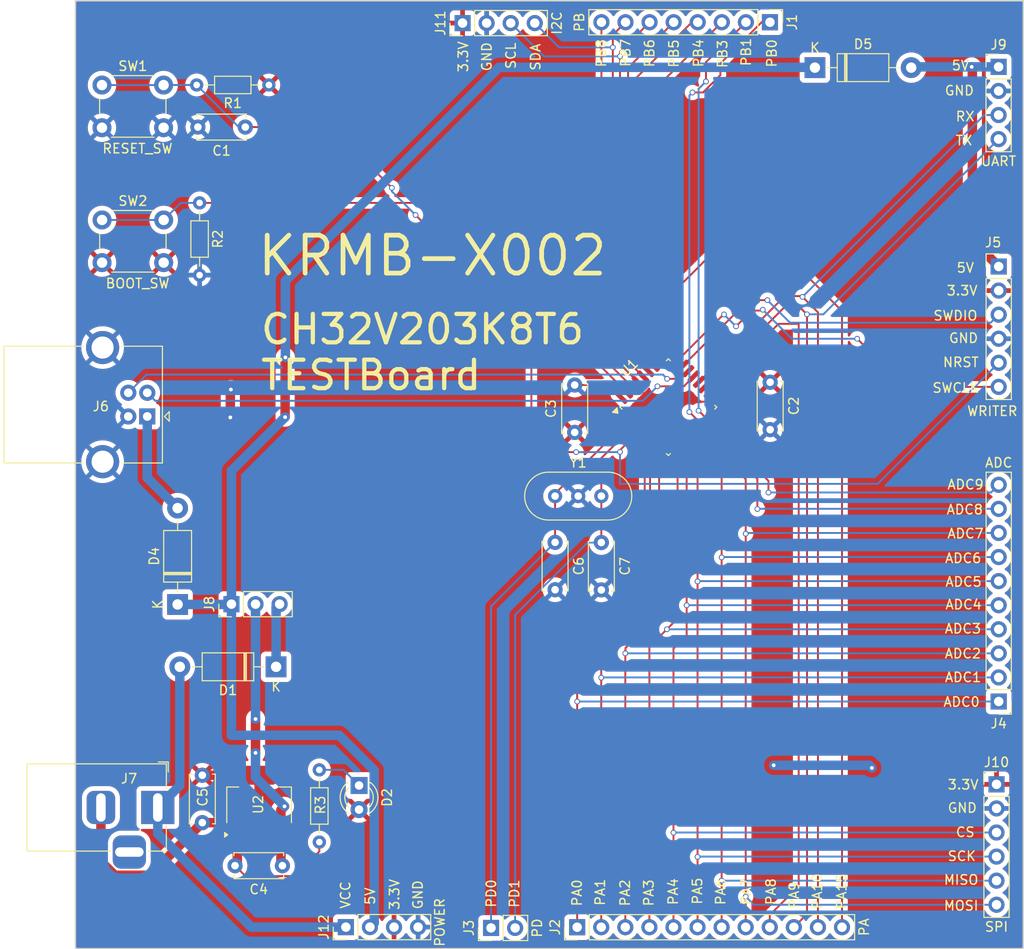
<source format=kicad_pcb>
(kicad_pcb (version 20240108) (generator "pcbnew") (generator_version "8.0")
  (title_block (date "mar. 31 mars 2015"))
  (layers (0 "F.Cu" signal) (31 "B.Cu" signal) (34 "B.Paste" user) (35 "F.Paste" user) (36 "B.SilkS" user "B.Silkscreen") (37 "F.SilkS" user "F.Silkscreen") (38 "B.Mask" user) (39 "F.Mask" user) (44 "Edge.Cuts" user))
  (net 0 "")
  (net 1 "GND")
  (net 2 "NRST")
  (net 3 "+5V")
  (net 4 "Net-(D4-A)")
  (net 5 "+3.3V")
  (net 6 "Net-(J8-Pin_2)")
  (net 7 "Net-(U2-GND)")
  (net 8 "Net-(D1-K)")
  (net 9 "Net-(D2-K)")
  (net 10 "Net-(D5-A)")
  (net 11 "Net-(J1-Pin_1)")
  (net 12 "I2C_SCL")
  (net 13 "Net-(J1-Pin_3)")
  (net 14 "Net-(J2-Pin_1)")
  (net 15 "I2C_SDA")
  (net 16 "Net-(J1-Pin_5)")
  (net 17 "Net-(J1-Pin_2)")
  (net 18 "Net-(J2-Pin_2)")
  (net 19 "Net-(J1-Pin_4)")
  (net 20 "Net-(J2-Pin_9)")
  (net 21 "Net-(J3-Pin_2)")
  (net 22 "Net-(J1-Pin_8)")
  (net 23 "Net-(J3-Pin_1)")
  (net 24 "SPI_MISO")
  (net 25 "SPI_MOSI")
  (net 26 "SPI_CS")
  (net 27 "VCC")
  (net 28 "SPI_SCK")
  (net 29 "TX")
  (net 30 "Net-(J2-Pin_4)")
  (net 31 "RX")
  (net 32 "Net-(J2-Pin_3)")
  (net 33 "Net-(J2-Pin_12)")
  (net 34 "USB_D-")
  (net 35 "USB_D+")
  (net 37 "SWDIO")
  (net 38 "SWCLK")
  (footprint "Connector_BarrelJack:BarrelJack_Horizontal" (layer "F.Cu") (at 108.69 135.11)
    (property "Reference" "J7")
    (property "Value" "Barrel_Jack_Switch")
  )
  (footprint "Button_Switch_THT:SW_PUSH_6mm_H5mm" (layer "F.Cu") (at 102.81 73.13)
    (property "Reference" "SW2")
    (property "Value" "BOOT_SW")
  )
  (footprint "Connector_PinHeader_2.54mm:PinHeader_1x04_P2.54mm_Vertical" (layer "F.Cu") (at 128.53 147.73 90)
    (property "Reference" "J12")
    (property "Value" "POWER")
  )
  (footprint "Connector_USB:USB_B_OST_USB-B1HSxx_Horizontal" (layer "F.Cu") (at 107.5775 93.86 180)
    (property "Reference" "J6")
    (property "Value" "USB_B")
  )
  (footprint "Capacitor_THT:C_Disc_D5.0mm_W2.5mm_P5.00mm" (layer "F.Cu") (at 152.67 95.54 90)
    (property "Reference" "C3")
    (property "Value" "0.1uF")
  )
  (footprint "Capacitor_THT:C_Disc_D5.0mm_W2.5mm_P5.00mm" (layer "F.Cu") (at 155.48 107.16 -90)
    (property "Reference" "C7")
    (property "Value" "22pF")
  )
  (footprint "Connector_PinHeader_2.54mm:PinHeader_1x04_P2.54mm_Vertical" (layer "F.Cu") (at 140.84 52.36 90)
    (property "Reference" "J11")
    (property "Value" "I2C")
  )
  (footprint "Connector_PinHeader_2.54mm:PinHeader_1x12_P2.54mm_Vertical" (layer "F.Cu") (at 152.93 147.74 90)
    (property "Reference" "J2")
    (property "Value" "PA")
  )
  (footprint "Resistor_THT:R_Axial_DIN0204_L3.6mm_D1.6mm_P7.62mm_Horizontal" (layer "F.Cu") (at 120.41 58.89 180)
    (property "Reference" "R1")
    (property "Value" "10k")
  )
  (footprint "Connector_PinHeader_2.54mm:PinHeader_1x03_P2.54mm_Vertical" (layer "F.Cu") (at 116.46 113.66 90)
    (property "Reference" "J8")
    (property "Value" "Conn_01x03_Pin")
  )
  (footprint "Connector_PinHeader_2.54mm:PinHeader_1x06_P2.54mm_Vertical" (layer "F.Cu") (at 197.17 132.67)
    (property "Reference" "J10")
    (property "Value" "SPI")
  )
  (footprint "Connector_PinHeader_2.54mm:PinHeader_1x08_P2.54mm_Vertical" (layer "F.Cu") (at 173.27 52.27 -90)
    (property "Reference" "J1")
    (property "Value" "PB")
  )
  (footprint "Button_Switch_THT:SW_PUSH_6mm_H5mm" (layer "F.Cu") (at 102.8 58.9)
    (property "Reference" "SW1")
    (property "Value" "RESET_SW")
  )
  (footprint "Capacitor_THT:C_Disc_D5.0mm_W2.5mm_P5.00mm" (layer "F.Cu") (at 121.8375 141.25 180)
    (property "Reference" "C4")
    (property "Value" "10uF")
  )
  (footprint "Package_TO_SOT_SMD:SOT-223-3_TabPin2" (layer "F.Cu") (at 119.3775 134.86 90)
    (property "Reference" "U2")
    (property "Value" "AZ1117-3.3")
  )
  (footprint "Crystal:Crystal_HC49-U-3Pin_Vertical" (layer "F.Cu") (at 150.6 102.26)
    (property "Reference" "Y1")
    (property "Value" "Crystal_GND2")
  )
  (footprint "Connector_PinHeader_2.54mm:PinHeader_1x06_P2.54mm_Vertical" (layer "F.Cu") (at 197.4 78.04)
    (property "Reference" "J5")
    (property "Value" "WRITER")
  )
  (footprint "Capacitor_THT:C_Disc_D5.0mm_W2.5mm_P5.00mm" (layer "F.Cu") (at 113.3875 131.71 -90)
    (property "Reference" "C5")
    (property "Value" "22uF")
  )
  (footprint "Capacitor_THT:C_Disc_D5.0mm_W2.5mm_P5.00mm" (layer "F.Cu") (at 173.29 90.25 -90)
    (property "Reference" "C2")
    (property "Value" "0.1uF")
  )
  (footprint "Resistor_THT:R_Axial_DIN0204_L3.6mm_D1.6mm_P7.62mm_Horizontal" (layer "F.Cu") (at 125.73 131.14 -90)
    (property "Reference" "R3")
    (property "Value" "1k")
  )
  (footprint "Diode_THT:D_DO-41_SOD81_P10.16mm_Horizontal" (layer "F.Cu") (at 121.17 120.27 180)
    (property "Reference" "D1")
    (property "Value" "1N4007")
  )
  (footprint "LED_THT:LED_D3.0mm" (layer "F.Cu") (at 129.92 132.79 -90)
    (property "Reference" "D2")
    (property "Value" "LED")
  )
  (footprint "Resistor_THT:R_Axial_DIN0204_L3.6mm_D1.6mm_P7.62mm_Horizontal" (layer "F.Cu") (at 113.1 71.33 -90)
    (property "Reference" "R2")
    (property "Value" "10k")
  )
  (footprint "Connector_PinHeader_2.54mm:PinHeader_1x02_P2.54mm_Vertical" (layer "F.Cu") (at 143.845 147.82 90)
    (property "Reference" "J3")
    (property "Value" "PD")
  )
  (footprint "Capacitor_THT:C_Disc_D5.0mm_W2.5mm_P5.00mm" (layer "F.Cu") (at 117.92 63.33 180)
    (property "Reference" "C1")
    (property "Value" "0.1uF")
  )
  (footprint "Connector_PinHeader_2.54mm:PinHeader_1x04_P2.54mm_Vertical" (layer "F.Cu") (at 197.39 56.98)
    (property "Reference" "J9")
    (property "Value" "UART")
  )
  (footprint "Connector_PinHeader_2.54mm:PinHeader_1x10_P2.54mm_Vertical" (layer "F.Cu") (at 197.4 123.93 180)
    (property "Reference" "J4")
    (property "Value" "ADC")
  )
  (footprint "Capacitor_THT:C_Disc_D5.0mm_W2.5mm_P5.00mm" (layer "F.Cu") (at 150.6 107.14 -90)
    (property "Reference" "C6")
    (property "Value" "22pF")
  )
  (footprint "Diode_THT:D_DO-41_SOD81_P10.16mm_Horizontal" (layer "F.Cu") (at 110.78 113.69 90)
    (property "Reference" "D4")
    (property "Value" "1N4007")
  )
  (footprint "Package_QFP:LQFP-32_7x7mm_P0.8mm" (layer "F.Cu") (at 162.55 92.88 45)
    (property "Reference" "U1")
    (property "Value" "CH32V203K8T6")
  )
  (footprint "Diode_THT:D_DO-41_SOD81_P10.16mm_Horizontal" (layer "F.Cu") (at 178.01 57.06)
    (property "Reference" "D5")
    (property "Value" "1N4007")
  )
  (gr_line (start 200 150) (end 100 150) (stroke (width 0.15)) (layer "Edge.Cuts"))
  (gr_line (start 100 150) (end 100 50) (stroke (width 0.15)) (layer "Edge.Cuts"))
  (gr_line (start 100 50) (end 200 50) (stroke (width 0.15)) (layer "Edge.Cuts"))
  (gr_line (start 200 50) (end 200 150) (stroke (width 0.15)) (layer "Edge.Cuts"))
  (gr_text "PA7" (at 171.34 145.49 90) (layer "F.SilkS") (effects (font (size 1 1)) (justify left bottom)))
  (gr_text "CH32V203K8T6\nTESTBoard" (at 119.32 91.26 0) (layer "F.SilkS") (effects (font (size 3 3) (thickness 0.45)) (justify left bottom)))
  (gr_text "TX" (at 192.78 65.33 0) (layer "F.SilkS") (effects (font (size 1 1)) (justify left bottom)))
  (gr_text "PB7" (at 158.63 57.07 90) (layer "F.SilkS") (effects (font (size 1 1)) (justify left bottom)))
  (gr_text "PD0" (at 144.45 145.75 90) (layer "F.SilkS") (effects (font (size 1 1)) (justify left bottom)))
  (gr_text "ADC0" (at 191.48 124.56 0) (layer "F.SilkS") (effects (font (size 1 1)) (justify left bottom)))
  (gr_text "5V" (at 192.36 57.42 0) (layer "F.SilkS") (effects (font (size 1 1)) (justify left bottom)))
  (gr_text "SDA" (at 149.13 57.45 90) (layer "F.SilkS") (effects (font (size 1 1)) (justify left bottom)))
  (gr_text "PB4" (at 166.32 57.11 90) (layer "F.SilkS") (effects (font (size 1 1)) (justify left bottom)))
  (gr_text "SCL" (at 146.53 57.29 90) (layer "F.SilkS") (effects (font (size 1 1)) (justify left bottom)))
  (gr_text "5V" (at 192.88 78.76 0) (layer "F.SilkS") (effects (font (size 1 1)) (justify left bottom)))
  (gr_text "PA8" (at 173.96 145.49 90) (layer "F.SilkS") (effects (font (size 1 1)) (justify left bottom)))
  (gr_text "GND" (at 143.98 57.53 90) (layer "F.SilkS") (effects (font (size 1 1)) (justify left bottom)))
  (gr_text "3.3V" (at 134.25 146 90) (layer "F.SilkS") (effects (font (size 1 1)) (justify left bottom)))
  (gr_text "3.3V" (at 191.82 81.17 0) (layer "F.SilkS") (effects (font (size 1 1)) (justify left bottom)))
  (gr_text "GND" (at 191.94 135.74 0) (layer "F.SilkS") (effects (font (size 1 1)) (justify left bottom)))
  (gr_text "PB8" (at 156.06 57.11 90) (layer "F.SilkS") (effects (font (size 1 1)) (justify left bottom)))
  (gr_text "VCC" (at 129.08 145.87 90) (layer "F.SilkS") (effects (font (size 1 1)) (justify left bottom)))
  (gr_text "MOSI" (at 191.53 146.06 0) (layer "F.SilkS") (effects (font (size 1 1)) (justify left bottom)))
  (gr_text "ADC6" (at 191.65 109.4 0) (layer "F.SilkS") (effects (font (size 1 1)) (justify left bottom)))
  (gr_text "PA0" (at 153.5 145.62 90) (layer "F.SilkS") (effects (font (size 1 1)) (justify left bottom)))
  (gr_text "PA6" (at 168.65 145.49 90) (layer "F.SilkS") (effects (font (size 1 1)) (justify left bottom)))
  (gr_text "SWDIO" (at 190.43 83.81 0) (layer "F.SilkS") (effects (font (size 1 1)) (justify left bottom)))
  (gr_text "CS" (at 192.8 138.3 0) (layer "F.SilkS") (effects (font (size 1 1)) (justify left bottom)))
  (gr_text "PD1" (at 146.89 145.77 90) (layer "F.SilkS") (effects (font (size 1 1)) (justify left bottom)))
  (gr_text "PB5" (at 163.72 57.15 90) (layer "F.SilkS") (effects (font (size 1 1)) (justify left bottom)))
  (gr_text "ADC7" (at 191.9 106.8 0) (layer "F.SilkS") (effects (font (size 1 1)) (justify left bottom)))
  (gr_text "PB6" (at 161.15 57.11 90) (layer "F.SilkS") (effects (font (size 1 1)) (justify left bottom)))
  (gr_text "ADC5" (at 191.69 111.89 0) (layer "F.SilkS") (effects (font (size 1 1)) (justify left bottom)))
  (gr_text "ADC4" (at 191.69 114.29 0) (layer "F.SilkS") (effects (font (size 1 1)) (justify left bottom)))
  (gr_text "GND" (at 136.71 145.94 90) (layer "F.SilkS") (effects (font (size 1 1)) (justify left bottom)))
  (gr_text "ADC1" (at 191.64 121.96 0) (layer "F.SilkS") (effects (font (size 1 1)) (justify left bottom)))
  (gr_text "PB0" (at 174.05 57.12 90) (layer "F.SilkS") (effects (font (size 1 1)) (justify left bottom)))
  (gr_text "PA2" (at 158.57 145.62 90) (layer "F.SilkS") (effects (font (size 1 1)) (justify left bottom)))
  (gr_text "ADC2" (at 191.62 119.46 0) (layer "F.SilkS") (effects (font (size 1 1)) (justify left bottom)))
  (gr_text "ADC9" (at 191.9 101.63 0) (layer "F.SilkS") (effects (font (size 1 1)) (justify left bottom)))
  (gr_text "PB3" (at 168.85 57.19 90) (layer "F.SilkS") (effects (font (size 1 1)) (justify left bottom)))
  (gr_text "PB1" (at 171.34 56.99 90) (layer "F.SilkS") (effects (font (size 1 1)) (justify left bottom)))
  (gr_text "PA4" (at 163.64 145.49 90) (layer "F.SilkS") (effects (font (size 1 1)) (justify left bottom)))
  (gr_text "KRMB-X002" (at 118.95 79.25 0) (layer "F.SilkS") (effects (font (size 4 4) (thickness 0.5)) (justify left bottom)))
  (gr_text "3.3V" (at 141.5 57.63 90) (layer "F.SilkS") (effects (font (size 1 1)) (justify left bottom)))
  (gr_text "ADC3" (at 191.62 116.83 0) (layer "F.SilkS") (effects (font (size 1 1)) (justify left bottom)))
  (gr_text "NRST" (at 191.43 88.73 0) (layer "F.SilkS") (effects (font (size 1 1)) (justify left bottom)))
  (gr_text "PA1" (at 155.94 145.56 90) (layer "F.SilkS") (effects (font (size 1 1)) (justify left bottom)))
  (gr_text "5V" (at 131.68 145.47 90) (layer "F.SilkS") (effects (font (size 1 1)) (justify left bottom)))
  (gr_text "SCK" (at 191.93 140.83 0) (layer "F.SilkS") (effects (font (size 1 1)) (justify left bottom)))
  (gr_text "PA9" (at 176.41 145.86 90) (layer "F.SilkS") (effects (font (size 1 1)) (justify left bottom)))
  (gr_text "GND" (at 191.63 60.07 0) (layer "F.SilkS") (effects (font (size 1 1)) (justify left bottom)))
  (gr_text "ADC8" (at 191.82 104.27 0) (layer "F.SilkS") (effects (font (size 1 1)) (justify left bottom)))
  (gr_text "3.3V" (at 191.93 133.29 0) (layer "F.SilkS") (effects (font (size 1 1)) (justify left bottom)))
  (gr_text "SWCLK" (at 190.33 91.43 0) (layer "F.SilkS") (effects (font (size 1 1)) (justify left bottom)))
  (gr_text "RX" (at 192.78 62.8 0) (layer "F.SilkS") (effects (font (size 1 1)) (justify left bottom)))
  (gr_text "PA5" (at 166.2 145.43 90) (layer "F.SilkS") (effects (font (size 1 1)) (justify left bottom)))
  (gr_text "PA10" (at 178.85 145.92 90) (layer "F.SilkS") (effects (font (size 1 1)) (justify left bottom)))
  (gr_text "PA3" (at 161.07 145.62 90) (layer "F.SilkS") (effects (font (size 1 1)) (justify left bottom)))
  (gr_text "PA15" (at 181.42 145.94 90) (layer "F.SilkS") (effects (font (size 1 1)) (justify left bottom)))
  (gr_text "GND" (at 192.07 86.18 0) (layer "F.SilkS") (effects (font (size 1 1)) (justify left bottom)))
  (gr_text "MISO" (at 191.53 143.33 0) (layer "F.SilkS") (effects (font (size 1 1)) (justify left bottom)))
  (segment (start 155.25 90.54) (end 152.67 90.54) (width 0.2) (layer "F.Cu") (net 1))
  (segment (start 167.48207 93.852272) (end 169.23 93.852272) (width 0.2) (layer "F.Cu") (net 1))
  (segment (start 157.617728 91.907728) (end 156.25 90.54) (width 0.2) (layer "F.Cu") (net 1))
  (segment (start 156.25 90.54) (end 155.25 90.54) (width 0.2) (layer "F.Cu") (net 1))
  (segment (start 171.892272 93.852272) (end 173.29 95.25) (width 0.2) (layer "F.Cu") (net 1))
  (segment (start 116.34 91.08) (end 116.4 91.02) (width 1) (layer "F.Cu") (net 1))
  (segment (start 157.61793 91.907728) (end 157.617728 91.907728) (width 0.2) (layer "F.Cu") (net 1))
  (segment (start 169.23 93.852272) (end 171.892272 93.852272) (width 0.2) (layer "F.Cu") (net 1))
  (segment (start 116.34 93.96) (end 116.34 91.08) (width 1) (layer "F.Cu") (net 1))
  (via (at 116.4 91.02) (size 0.6) (drill 0.4) (layers "F.Cu" "B.Cu") (net 1))
  (via (at 116.34 93.96) (size 0.6) (drill 0.4) (layers "F.Cu" "B.Cu") (net 1))
  (segment (start 117.92 63.33) (end 126.97 63.33) (width 0.2) (layer "F.Cu") (net 2))
  (segment (start 157.45 97.414314) (end 159.314986 95.549328) (width 0.2) (layer "F.Cu") (net 2))
  (segment (start 148.73 97.62) (end 152.82 97.62) (width 0.2) (layer "F.Cu") (net 2))
  (segment (start 148.1 84.83) (end 148.1 96.99) (width 0.2) (layer "F.Cu") (net 2))
  (segment (start 148.1 96.99) (end 148.73 97.62) (width 0.2) (layer "F.Cu") (net 2))
  (segment (start 117.23 63.33) (end 117.92 63.33) (width 0.2) (layer "F.Cu") (net 2))
  (segment (start 109.31 58.89) (end 109.3 58.9) (width 0.2) (layer "F.Cu") (net 2))
  (segment (start 126.97 63.33) (end 133.38 69.74) (width 0.2) (layer "F.Cu") (net 2))
  (segment (start 157.45 97.6) (end 157.45 97.414314) (width 0.2) (layer "F.Cu") (net 2))
  (segment (start 135.88 72.61) (end 148.1 84.83) (width 0.2) (layer "F.Cu") (net 2))
  (via (at 133.38 69.74) (size 0.6) (drill 0.4) (layers "F.Cu" "B.Cu") (net 2))
  (via (at 152.82 97.62) (size 0.6) (drill 0.4) (layers "F.Cu" "B.Cu") (net 2))
  (via (at 157.45 97.6) (size 0.6) (drill 0.4) (layers "F.Cu" "B.Cu") (net 2))
  (via (at 135.88 72.61) (size 0.6) (drill 0.4) (layers "F.Cu" "B.Cu") (net 2))
  (segment (start 133.38 70.11) (end 135.88 72.61) (width 0.2) (layer "B.Cu") (net 2))
  (segment (start 112.79 58.89) (end 109.31 58.89) (width 0.2) (layer "B.Cu") (net 2))
  (segment (start 157.45 100.97) (end 157.45 97.6) (width 0.2) (layer "B.Cu") (net 2))
  (segment (start 197.4 88.2) (end 184.63 100.97) (width 0.2) (layer "B.Cu") (net 2))
  (segment (start 184.63 100.97) (end 157.45 100.97) (width 0.2) (layer "B.Cu") (net 2))
  (segment (start 152.82 97.62) (end 157.43 97.62) (width 0.2) (layer "B.Cu") (net 2))
  (segment (start 157.43 97.62) (end 157.45 97.6) (width 0.2) (layer "B.Cu") (net 2))
  (segment (start 109.3 58.9) (end 102.8 58.9) (width 0.2) (layer "B.Cu") (net 2))
  (segment (start 133.38 69.74) (end 133.38 70.11) (width 0.2) (layer "B.Cu") (net 2))
  (segment (start 112.79 58.89) (end 117.23 63.33) (width 0.2) (layer "B.Cu") (net 2))
  (segment (start 116.43 113.69) (end 116.46 113.66) (width 1) (layer "F.Cu") (net 3))
  (segment (start 122.12 93.93) (end 122.12 87.66) (width 1) (layer "F.Cu") (net 3))
  (segment (start 122.12 87.66) (end 122.15 87.63) (width 1) (layer "F.Cu") (net 3))
  (via (at 122.12 93.93) (size 0.6) (drill 0.4) (layers "F.Cu" "B.Cu") (net 3))
  (via (at 122.15 87.63) (size 0.6) (drill 0.4) (layers "F.Cu" "B.Cu") (net 3))
  (segment (start 110.78 113.69) (end 116.43 113.69) (width 1) (layer "B.Cu") (net 3))
  (segment (start 144.675786 57.03) (end 177.98 57.03) (width 1) (layer "B.Cu") (net 3))
  (segment (start 122.15 87.63) (end 122.15 79.555786) (width 1) (layer "B.Cu") (net 3))
  (segment (start 116.46 113.66) (end 116.46 127.49) (width 1) (layer "B.Cu") (net 3))
  (segment (start 131.52 147.28) (end 131.07 147.73) (width 1) (layer "B.Cu") (net 3))
  (segment (start 131.52 131.19) (end 131.52 147.28) (width 1) (layer "B.Cu") (net 3))
  (segment (start 122.15 79.555786) (end 144.675786 57.03) (width 1) (layer "B.Cu") (net 3))
  (segment (start 116.46 127.49) (end 127.82 127.49) (width 1) (layer "B.Cu") (net 3))
  (segment (start 127.82 127.49) (end 131.52 131.19) (width 1) (layer "B.Cu") (net 3))
  (segment (start 116.46 99.59) (end 122.12 93.93) (width 1) (layer "B.Cu") (net 3))
  (segment (start 116.46 113.66) (end 116.46 99.59) (width 1) (layer "B.Cu") (net 3))
  (segment (start 177.98 57.03) (end 178.01 57.06) (width 1) (layer "B.Cu") (net 3))
  (segment (start 107.5775 93.86) (end 107.5775 100.3275) (width 1) (layer "B.Cu") (net 4))
  (segment (start 107.5775 100.3275) (end 110.78 103.53) (width 1) (layer "B.Cu") (net 4))
  (segment (start 157.61793 93.852272) (end 154.357728 93.852272) (width 0.2) (layer "F.Cu") (net 5))
  (segment (start 154.357728 93.852272) (end 152.67 95.54) (width 0.2) (layer "F.Cu") (net 5))
  (segment (start 171.632272 91.907728) (end 173.29 90.25) (width 0.2) (layer "F.Cu") (net 5))
  (segment (start 167.48207 91.907728) (end 171.632272 91.907728) (width 0.2) (layer "F.Cu") (net 5))
  (segment (start 119.3775 135.7) (end 119.3775 138.01) (width 1) (layer "F.Cu") (net 5))
  (segment (start 113.3875 131.71) (end 119.3775 131.71) (width 1) (layer "F.Cu") (net 5))
  (segment (start 163.695864 92.299822) (end 159.880672 96.115014) (width 0.2) (layer "F.Cu") (net 5))
  (segment (start 119.3775 131.71) (end 119.3775 135.7) (width 1) (layer "F.Cu") (net 5))
  (segment (start 167.089976 92.299822) (end 163.695864 92.299822) (width 0.2) (layer "F.Cu") (net 5))
  (segment (start 167.48207 91.907728) (end 167.089976 92.299822) (width 0.2) (layer "F.Cu") (net 5))
  (via (at 173.66 130.66) (size 0.6) (drill 0.4) (layers "F.Cu" "B.Cu") (net 5))
  (via (at 184.02 130.94) (size 0.6) (drill 0.4) (layers "F.Cu" "B.Cu") (net 5))
  (segment (start 183.74 130.66) (end 184.02 130.94) (width 1) (layer "B.Cu") (net 5))
  (segment (start 173.66 130.66) (end 183.74 130.66) (width 1) (layer "B.Cu") (net 5))
  (segment (start 121.6775 141.09) (end 121.6775 138.01) (width 1) (layer "F.Cu") (net 6))
  (segment (start 121.6775 138.01) (end 121.6775 135.3725) (width 1) (layer "F.Cu") (net 6))
  (segment (start 121.6775 135.3725) (end 122.06 134.99) (width 1) (layer "F.Cu") (net 6))
  (segment (start 119 125.78) (end 119 129.35) (width 1) (layer "F.Cu") (net 6))
  (segment (start 121.8375 141.25) (end 121.6775 141.09) (width 1) (layer "F.Cu") (net 6))
  (via (at 119 125.78) (size 0.6) (drill 0.4) (layers "F.Cu" "B.Cu") (net 6))
  (via (at 122.06 134.99) (size 0.6) (drill 0.4) (layers "F.Cu" "B.Cu") (net 6))
  (via (at 119 129.35) (size 0.6) (drill 0.4) (layers "F.Cu" "B.Cu") (net 6))
  (segment (start 119 129.35) (end 119 131.93) (width 1) (layer "B.Cu") (net 6))
  (segment (start 119 113.66) (end 119 125.78) (width 1) (layer "B.Cu") (net 6))
  (segment (start 119 131.93) (end 122.06 134.99) (width 1) (layer "B.Cu") (net 6))
  (segment (start 125.73 138.76) (end 125.73 139.749949) (width 0.2) (layer "F.Cu") (net 7))
  (segment (start 104.155316 142.26) (end 107.8375 142.26) (width 1) (layer "F.Cu") (net 7))
  (segment (start 102.69 140.794684) (end 104.155316 142.26) (width 1) (layer "F.Cu") (net 7))
  (segment (start 107.8375 142.26) (end 113.3875 136.71) (width 1) (layer "F.Cu") (net 7))
  (segment (start 117.0775 138.01) (end 117.0775 141.01) (width 1) (layer "F.Cu") (net 7))
  (segment (start 102.69 135.11) (end 102.69 140.794684) (width 1) (layer "F.Cu") (net 7))
  (segment (start 125.73 139.749949) (end 123.129949 142.35) (width 0.2) (layer "F.Cu") (net 7))
  (segment (start 123.129949 142.35) (end 117.9375 142.35) (width 0.2) (layer "F.Cu") (net 7))
  (segment (start 113.3875 136.71) (end 115.7775 136.71) (width 1) (layer "F.Cu") (net 7))
  (segment (start 117.9375 142.35) (end 116.8375 141.25) (width 0.2) (layer "F.Cu") (net 7))
  (segment (start 115.7775 136.71) (end 117.0775 138.01) (width 1) (layer "F.Cu") (net 7))
  (segment (start 117.0775 141.01) (end 116.8375 141.25) (width 1) (layer "F.Cu") (net 7))
  (segment (start 121.17 114.03) (end 121.54 113.66) (width 1) (layer "F.Cu") (net 8))
  (segment (start 121.17 120.27) (end 121.17 114.03) (width 1) (layer "B.Cu") (net 8))
  (segment (start 121.17 114.03) (end 121.54 113.66) (width 1) (layer "B.Cu") (net 8))
  (segment (start 125.73 131.14) (end 128.27 131.14) (width 0.2) (layer "B.Cu") (net 9))
  (segment (start 128.27 131.14) (end 129.92 132.79) (width 0.2) (layer "B.Cu") (net 9))
  (segment (start 194.62 75.26) (end 194.62 57.05) (width 1) (layer "F.Cu") (net 10))
  (segment (start 194.62 57.05) (end 194.55 56.98) (width 1) (layer "F.Cu") (net 10))
  (segment (start 197.4 78.04) (end 194.62 75.26) (width 1) (layer "F.Cu") (net 10))
  (segment (start 197.35 57.02) (end 197.39 56.98) (width 1) (layer "F.Cu") (net 10))
  (via (at 194.55 56.98) (size 0.6) (drill 0.4) (layers "F.Cu" "B.Cu") (net 10))
  (segment (start 194.55 56.98) (end 188.25 56.98) (width 1) (layer "B.Cu") (net 10))
  (segment (start 188.25 56.98) (end 188.17 57.06) (width 1) (layer "B.Cu") (net 10))
  (segment (start 197.39 56.98) (end 194.55 56.98) (width 1) (layer "B.Cu") (net 10))
  (segment (start 168.39 96.9) (end 171.94 100.45) (width 0.2) (layer "F.Cu") (net 11))
  (segment (start 166.350699 94.983643) (end 168.267056 96.9) (width 0.2) (layer "F.Cu") (net 11))
  (segment (start 165.958605 94.591549) (end 165.958605 94.578605) (width 0.2) (layer "F.Cu") (net 11))
  (segment (start 165.958605 94.578605) (end 164.77 93.39) (width 0.2) (layer "F.Cu") (net 11))
  (segment (start 166.208529 59.68) (end 168.04 57.848529) (width 0.2) (layer "F.Cu") (net 11))
  (segment (start 165.09 59.68) (end 166.208529 59.68) (width 0.2) (layer "F.Cu") (net 11))
  (segment (start 171.94 100.45) (end 171.94 103.62) (width 0.2) (layer "F.Cu") (net 11))
  (segment (start 168.267056 96.9) (end 168.39 96.9) (width 0.2) (layer "F.Cu") (net 11))
  (segment (start 166.350699 94.983643) (end 165.958605 94.591549) (width 0.2) (layer "F.Cu") (net 11))
  (segment (start 172.39 52.27) (end 173.27 52.27) (width 0.2) (layer "F.Cu") (net 11))
  (segment (start 168.04 57.848529) (end 168.04 56.62) (width 0.2) (layer "F.Cu") (net 11))
  (segment (start 168.04 56.62) (end 172.39 52.27) (width 0.2) (layer "F.Cu") (net 11))
  (via (at 165.09 59.68) (size 0.6) (drill 0.4) (layers "F.Cu" "B.Cu") (net 11))
  (via (at 164.77 93.39) (size 0.6) (drill 0.4) (layers "F.Cu" "B.Cu") (net 11))
  (via (at 171.94 103.62) (size 0.6) (drill 0.4) (layers "F.Cu" "B.Cu") (net 11))
  (segment (start 197.39 103.6) (end 171.96 103.6) (width 0.2) (layer "B.Cu") (net 11))
  (segment (start 164.77 60) (end 165.09 59.68) (width 0.2) (layer "B.Cu") (net 11))
  (segment (start 171.96 103.6) (end 171.95 103.61) (width 0.2) (layer "B.Cu") (net 11))
  (segment (start 164.77 93.39) (end 164.77 60) (width 0.2) (layer "B.Cu") (net 11))
  (segment (start 197.4 103.61) (end 197.39 103.6) (width 0.2) (layer "B.Cu") (net 11))
  (segment (start 158.922893 89.812893) (end 157.45 88.34) (width 0.2) (layer "F.Cu") (net 12))
  (segment (start 157.45 88.34) (end 157.45 55.87) (width 0.2) (layer "F.Cu") (net 12))
  (segment (start 159.314986 90.210672) (end 158.922893 89.818579) (width 0.2) (layer "F.Cu") (net 12))
  (segment (start 158.922893 89.818579) (end 158.922893 89.812893) (width 0.2) (layer "F.Cu") (net 12))
  (segment (start 157.45 55.87) (end 157.45 55.39) (width 0.2) (layer "F.Cu") (net 12))
  (segment (start 157.45 55.39) (end 160.57 52.27) (width 0.2) (layer "F.Cu") (net 12))
  (via (at 157.45 55.87) (size 0.6) (drill 0.4) (layers "F.Cu" "B.Cu") (net 12))
  (segment (start 157.45 55.87) (end 149.43 55.87) (width 0.2) (layer "B.Cu") (net 12))
  (segment (start 149.43 55.87) (end 145.92 52.36) (width 0.2) (layer "B.Cu") (net 12))
  (segment (start 159.7 87.2) (end 159.7 60.76) (width 0.2) (layer "F.Cu") (net 13))
  (segment (start 160.619949 88.119949) (end 159.7 87.2) (width 0.2) (layer "F.Cu") (net 13))
  (segment (start 159.7 60.76) (end 168.19 52.27) (width 0.2) (layer "F.Cu") (net 13))
  (segment (start 160.619949 88.121522) (end 160.619949 88.119949) (width 0.2) (layer "F.Cu") (net 13))
  (segment (start 161.012043 88.513616) (end 160.619949 88.121522) (width 0.2) (layer "F.Cu") (net 13))
  (segment (start 160.446357 96.680699) (end 160.054264 97.072792) (width 0.2) (layer "F.Cu") (net 14))
  (segment (start 152.93 123.93) (end 152.93 147.74) (width 0.2) (layer "F.Cu") (net 14))
  (segment (start 160.054264 110.535736) (end 152.93 117.66) (width 0.2) (layer "F.Cu") (net 14))
  (segment (start 160.054264 97.072792) (end 160.054264 110.535736) (width 0.2) (layer "F.Cu") (net 14))
  (segment (start 152.93 117.66) (end 152.93 123.93) (width 0.2) (layer "F.Cu") (net 14))
  (via (at 152.93 123.93) (size 0.6) (drill 0.4) (layers "F.Cu" "B.Cu") (net 14))
  (segment (start 197.4 123.93) (end 152.93 123.93) (width 0.2) (layer "B.Cu") (net 14))
  (segment (start 156.69 54.92) (end 156.69 53.61) (width 0.2) (layer "F.Cu") (net 15))
  (segment (start 158.749301 90.776357) (end 156.69 88.717056) (width 0.2) (layer "F.Cu") (net 15))
  (segment (start 156.69 88.717056) (end 156.69 54.92) (width 0.2) (layer "F.Cu") (net 15))
  (segment (start 156.69 53.61) (end 158.03 52.27) (width 0.2) (layer "F.Cu") (net 15))
  (via (at 156.69 54.92) (size 0.6) (drill 0.4) (layers "F.Cu" "B.Cu") (net 15))
  (segment (start 151.02 54.92) (end 156.69 54.92) (width 0.2) (layer "B.Cu") (net 15))
  (segment (start 148.46 52.36) (end 151.02 54.92) (width 0.2) (layer "B.Cu") (net 15))
  (segment (start 159.880672 89.644986) (end 158.3 88.064314) (width 0.2) (layer "F.Cu") (net 16))
  (segment (start 158.3 88.064314) (end 158.3 57.08) (width 0.2) (layer "F.Cu") (net 16))
  (segment (start 158.3 57.08) (end 163.11 52.27) (width 0.2) (layer "F.Cu") (net 16))
  (segment (start 166.52 56.48) (end 170.73 52.27) (width 0.2) (layer "F.Cu") (net 17))
  (segment (start 166.916384 94.417957) (end 166.907957 94.417957) (width 0.2) (layer "F.Cu") (net 17))
  (segment (start 173.11 101.88) (end 173.11 100.65) (width 0.2) (layer "F.Cu") (net 17))
  (segment (start 166.52 58.52) (end 166.52 56.48) (width 0.2) (layer "F.Cu") (net 17))
  (segment (start 168.35 95.851573) (end 168.35 95.89) (width 0.2) (layer "F.Cu") (net 17))
  (segment (start 173.11 100.65) (end 168.35 95.89) (width 0.2) (layer "F.Cu") (net 17))
  (segment (start 166.916384 94.417957) (end 168.35 95.851573) (width 0.2) (layer "F.Cu") (net 17))
  (segment (start 166.907957 94.417957) (end 165.74 93.25) (width 0.2) (layer "F.Cu") (net 17))
  (via (at 173.11 101.88) (size 0.6) (drill 0.4) (layers "F.Cu" "B.Cu") (net 17))
  (via (at 165.74 93.25) (size 0.6) (drill 0.4) (layers "F.Cu" "B.Cu") (net 17))
  (via (at 166.52 58.52) (size 0.6) (drill 0.4) (layers "F.Cu" "B.Cu") (net 17))
  (segment (start 165.74 93.25) (end 165.74 59.3) (width 0.2) (layer "B.Cu") (net 17))
  (segment (start 196.59 101.88) (end 173.11 101.88) (width 0.2) (layer "B.Cu") (net 17))
  (segment (start 165.74 59.3) (end 166.52 58.52) (width 0.2) (layer "B.Cu") (net 17))
  (segment (start 197.4 101.07) (end 196.59 101.88) (width 0.2) (layer "B.Cu") (net 17))
  (segment (start 155.47 121.42) (end 155.47 147.74) (width 0.2) (layer "F.Cu") (net 18))
  (segment (start 160.619949 97.638478) (end 160.619949 113.040051) (width 0.2) (layer "F.Cu") (net 18))
  (segment (start 155.47 118.19) (end 155.47 121.42) (width 0.2) (layer "F.Cu") (net 18))
  (segment (start 161.012043 97.246384) (end 160.619949 97.638478) (width 0.2) (layer "F.Cu") (net 18))
  (segment (start 160.619949 113.040051) (end 155.47 118.19) (width 0.2) (layer "F.Cu") (net 18))
  (via (at 155.47 121.42) (size 0.6) (drill 0.4) (layers "F.Cu" "B.Cu") (net 18))
  (segment (start 197.4 121.39) (end 155.5 121.39) (width 0.2) (layer "B.Cu") (net 18))
  (segment (start 155.5 121.39) (end 155.47 121.42) (width 0.2) (layer "B.Cu") (net 18))
  (segment (start 160.446357 89.079301) (end 160.429301 89.079301) (width 0.2) (layer "F.Cu") (net 19))
  (segment (start 158.96 58.34) (end 165.03 52.27) (width 0.2) (layer "F.Cu") (net 19))
  (segment (start 160.429301 89.079301) (end 158.96 87.61) (width 0.2) (layer "F.Cu") (net 19))
  (segment (start 165.03 52.27) (end 165.65 52.27) (width 0.2) (layer "F.Cu") (net 19))
  (segment (start 158.96 87.61) (end 158.96 58.34) (width 0.2) (layer "F.Cu") (net 19))
  (segment (start 173.25 147.74) (end 173.25 146.46) (width 0.2) (layer "F.Cu") (net 20))
  (segment (start 175.82 143.89) (end 175.82 143.71) (width 0.2) (layer "F.Cu") (net 20))
  (segment (start 175.82 143.71) (end 176.3 143.23) (width 0.2) (layer "F.Cu") (net 20))
  (segment (start 174.168427 84.09) (end 166.916384 91.342043) (width 0.2) (layer "F.Cu") (net 20))
  (segment (start 176.3 143.23) (end 176.3 84.09) (width 0.2) (layer "F.Cu") (net 20))
  (segment (start 176.3 84.09) (end 174.168427 84.09) (width 0.2) (layer "F.Cu") (net 20))
  (segment (start 173.25 146.46) (end 175.82 143.89) (width 0.2) (layer "F.Cu") (net 20))
  (segment (start 155.48 107.16) (end 155.48 102.26) (width 0.2) (layer "F.Cu") (net 21))
  (segment (start 155.48 98.252944) (end 158.749301 94.983643) (width 0.2) (layer "F.Cu") (net 21))
  (segment (start 155.48 102.26) (end 155.48 98.252944) (width 0.2) (layer "F.Cu") (net 21))
  (segment (start 146.385 114.815) (end 146.385 147.82) (width 0.2) (layer "B.Cu") (net 21))
  (segment (start 155.48 107.16) (end 154.024365 107.16) (width 0.2) (layer "B.Cu") (net 21))
  (segment (start 146.385 114.799365) (end 146.385 114.815) (width 0.2) (layer "B.Cu") (net 21))
  (segment (start 154.024365 107.16) (end 146.385 114.799365) (width 0.2) (layer "B.Cu") (net 21))
  (segment (start 155.49 88.648427) (end 155.49 52.27) (width 0.2) (layer "F.Cu") (net 22))
  (segment (start 113.1 71.33) (end 138.171573 71.33) (width 0.2) (layer "F.Cu") (net 22))
  (segment (start 158.183616 91.342043) (end 155.49 88.648427) (width 0.2) (layer "F.Cu") (net 22))
  (segment (start 138.171573 71.33) (end 155.49 88.648427) (width 0.2) (layer "F.Cu") (net 22))
  (segment (start 109.31 73.13) (end 102.81 73.13) (width 0.2) (layer "B.Cu") (net 22))
  (segment (start 113.1 71.33) (end 111.11 71.33) (width 0.2) (layer "B.Cu") (net 22))
  (segment (start 111.11 71.33) (end 109.31 73.13) (width 0.2) (layer "B.Cu") (net 22))
  (segment (start 150.6 102.001573) (end 150.6 102.26) (width 0.2) (layer "F.Cu") (net 23))
  (segment (start 150.6 102.26) (end 150.6 107.14) (width 0.2) (layer "F.Cu") (net 23))
  (segment (start 158.183616 94.417957) (end 150.6 102.001573) (width 0.2) (layer "F.Cu") (net 23))
  (segment (start 143.845 113.895) (end 143.845 147.82) (width 0.2) (layer "B.Cu") (net 23))
  (segment (start 150.6 107.14) (end 143.845 113.895) (width 0.2) (layer "B.Cu") (net 23))
  (segment (start 168.17 99.065686) (end 168.17 108.73) (width 0.2) (layer "F.Cu") (net 24))
  (segment (start 168.17 142.83) (end 168.17 147.74) (width 0.2) (layer "F.Cu") (net 24))
  (segment (start 165.219328 96.115014) (end 168.17 99.065686) (width 0.2) (layer "F.Cu") (net 24))
  (segment (start 168.17 108.73) (end 168.17 142.83) (width 0.2) (layer "F.Cu") (net 24))
  (via (at 168.17 142.83) (size 0.6) (drill 0.4) (layers "F.Cu" "B.Cu") (net 24))
  (via (at 168.17 108.73) (size 0.6) (drill 0.4) (layers "F.Cu" "B.Cu") (net 24))
  (segment (start 168.21 108.69) (end 168.17 108.73) (width 0.2) (layer "B.Cu") (net 24))
  (segment (start 197.17 142.83) (end 168.17 142.83) (width 0.2) (layer "B.Cu") (net 24))
  (segment (start 197.4 108.69) (end 168.21 108.69) (width 0.2) (layer "B.Cu") (net 24))
  (segment (start 170.71 144.51) (end 170.71 147.74) (width 0.2) (layer "F.Cu") (net 25))
  (segment (start 170.71 106.23) (end 170.71 144.51) (width 0.2) (layer "F.Cu") (net 25))
  (segment (start 165.785014 95.549328) (end 170.71 100.474314) (width 0.2) (layer "F.Cu") (net 25))
  (segment (start 170.71 100.474314) (end 170.71 106.23) (width 0.2) (layer "F.Cu") (net 25))
  (via (at 170.71 106.23) (size 0.6) (drill 0.4) (layers "F.Cu" "B.Cu") (net 25))
  (via (at 170.71 144.51) (size 0.6) (drill 0.4) (layers "F.Cu" "B.Cu") (net 25))
  (segment (start 197.17 145.37) (end 171.57 145.37) (width 0.2) (layer "B.Cu") (net 25))
  (segment (start 171.57 145.37) (end 170.71 144.51) (width 0.2) (layer "B.Cu") (net 25))
  (segment (start 197.4 106.15) (end 170.79 106.15) (width 0.2) (layer "B.Cu") (net 25))
  (segment (start 170.79 106.15) (end 170.71 106.23) (width 0.2) (layer "B.Cu") (net 25))
  (segment (start 163.09 118.35) (end 163.09 137.77) (width 0.2) (layer "F.Cu") (net 26))
  (segment (start 164.480051 116.959949) (end 163.09 118.35) (width 0.2) (layer "F.Cu") (net 26))
  (segment (start 164.480051 97.638478) (end 164.480051 113.78) (width 0.2) (layer "F.Cu") (net 26))
  (segment (start 163.09 137.77) (end 163.09 147.74) (width 0.2) (layer "F.Cu") (net 26))
  (segment (start 164.087957 97.246384) (end 164.480051 97.638478) (width 0.2) (layer "F.Cu") (net 26))
  (segment (start 164.480051 113.78) (end 164.480051 116.959949) (width 0.2) (layer "F.Cu") (net 26))
  (via (at 164.480051 113.78) (size 0.6) (drill 0.4) (layers "F.Cu" "B.Cu") (net 26))
  (via (at 163.09 137.77) (size 0.6) (drill 0.4) (layers "F.Cu" "B.Cu") (net 26))
  (segment (start 164.490051 113.77) (end 164.480051 113.78) (width 0.2) (layer "B.Cu") (net 26))
  (segment (start 197.17 137.75) (end 163.11 137.75) (width 0.2) (layer "B.Cu") (net 26))
  (segment (start 163.11 137.75) (end 163.09 137.77) (width 0.2) (layer "B.Cu") (net 26))
  (segment (start 197.4 113.77) (end 164.490051 113.77) (width 0.2) (layer "B.Cu") (net 26))
  (segment (start 118.56 147.73) (end 108.69 137.86) (width 1) (layer "B.Cu") (net 27))
  (segment (start 111.01 120.27) (end 111.01 132.79) (width 1) (layer "B.Cu") (net 27))
  (segment (start 108.69 137.86) (end 108.69 135.11) (width 1) (layer "B.Cu") (net 27))
  (segment (start 111.01 132.79) (end 108.69 135.11) (width 1) (layer "B.Cu") (net 27))
  (segment (start 128.53 147.73) (end 118.56 147.73) (width 1) (layer "B.Cu") (net 27))
  (segment (start 165.63 111.26) (end 165.63 140.32) (width 0.2) (layer "F.Cu") (net 28))
  (segment (start 165.63 97.657056) (end 165.63 111.26) (width 0.2) (layer "F.Cu") (net 28))
  (segment (start 165.63 140.32) (end 165.63 147.74) (width 0.2) (layer "F.Cu") (net 28))
  (segment (start 164.653643 96.680699) (end 165.63 97.657056) (width 0.2) (layer "F.Cu") (net 28))
  (via (at 165.63 140.32) (size 0.6) (drill 0.4) (layers "F.Cu" "B.Cu") (net 28))
  (via (at 165.63 111.26) (size 0.6) (drill 0.4) (layers "F.Cu" "B.Cu") (net 28))
  (segment (start 165.66 111.23) (end 165.63 111.26) (width 0.2) (layer "B.Cu") (net 28))
  (segment (start 197.4 111.23) (end 165.66 111.23) (width 0.2) (layer "B.Cu") (net 28))
  (segment (start 165.66 140.29) (end 165.63 140.32) (width 0.2) (layer "B.Cu") (net 28))
  (segment (start 197.17 140.29) (end 165.66 140.29) (width 0.2) (layer "B.Cu") (net 28))
  (segment (start 176.32 82.24) (end 174.887056 82.24) (width 0.2) (layer "F.Cu") (net 29))
  (segment (start 174.887056 82.24) (end 166.350699 90.776357) (width 0.2) (layer "F.Cu") (net 29))
  (segment (start 175.79 147.74) (end 177.18 146.35) (width 0.2) (layer "F.Cu") (net 29))
  (segment (start 177.18 146.35) (end 177.18 83.1) (width 0.2) (layer "F.Cu") (net 29))
  (segment (start 177.165 83.085) (end 176.32 82.24) (width 0.2) (layer "F.Cu") (net 29))
  (segment (start 177.18 83.1) (end 177.165 83.085) (width 0.2) (layer "F.Cu") (net 29))
  (via (at 177.165 83.085) (size 0.6) (drill 0.4) (layers "F.Cu" "B.Cu") (net 29))
  (segment (start 178.905 83.085) (end 197.39 64.6) (width 0.2) (layer "B.Cu") (net 29))
  (segment (start 177.165 83.085) (end 178.905 83.085) (width 0.2) (layer "B.Cu") (net 29))
  (segment (start 163.522272 115.177728) (end 162.39 116.31) (width 0.2) (layer "F.Cu") (net 30))
  (segment (start 160.55 118.15) (end 160.55 147.74) (width 0.2) (layer "F.Cu") (net 30))
  (segment (start 162.39 116.31) (end 160.55 118.15) (width 0.2) (layer "F.Cu") (net 30))
  (segment (start 163.522272 97.81207) (end 163.522272 115.177728) (width 0.2) (layer "F.Cu") (net 30))
  (via (at 162.39 116.31) (size 0.6) (drill 0.4) (layers "F.Cu" "B.Cu") (net 30))
  (segment (start 197.4 116.31) (end 162.39 116.31) (width 0.2) (layer "B.Cu") (net 30))
  (segment (start 176.62 81.16) (end 174.835686 81.16) (width 0.2) (layer "F.Cu") (net 31))
  (segment (start 174.835686 81.16) (end 165.785014 90.210672) (width 0.2) (layer "F.Cu") (net 31))
  (segment (start 178.33 82.87) (end 176.7 81.24) (width 0.2) (layer "F.Cu") (net 31))
  (segment (start 176.7 81.24) (end 176.62 81.16) (width 0.2) (layer "F.Cu") (net 31))
  (segment (start 178.33 147.74) (end 178.33 82.87) (width 0.2) (layer "F.Cu") (net 31))
  (via (at 176.7 81.24) (size 0.6) (drill 0.4) (layers "F.Cu" "B.Cu") (net 31))
  (segment (start 176.7 81.24) (end 195.88 62.06) (width 0.2) (layer "B.Cu") (net 31))
  (segment (start 195.88 62.06) (end 197.39 62.06) (width 0.2) (layer "B.Cu") (net 31))
  (segment (start 158.01 118.85) (end 158.01 147.74) (width 0.2) (layer "F.Cu") (net 32))
  (segment (start 161.577728 97.81207) (end 161.577728 114.732272) (width 0.2) (layer "F.Cu") (net 32))
  (segment (start 158.03 118.28) (end 158.03 118.47) (width 0.2) (layer "F.Cu") (net 32))
  (segment (start 161.577728 114.732272) (end 158.03 118.28) (width 0.2) (layer "F.Cu") (net 32))
  (segment (start 158.01 118.49) (end 158.01 118.85) (width 0.2) (layer "F.Cu") (net 32))
  (segment (start 158.03 118.47) (end 158.01 118.49) (width 0.2) (layer "F.Cu") (net 32))
  (via (at 158.01 118.85) (size 0.6) (drill 0.4) (layers "F.Cu" "B.Cu") (net 32))
  (segment (start 197.4 118.85) (end 158.01 118.85) (width 0.2) (layer "B.Cu") (net 32))
  (segment (start 160.65 87.020202) (end 160.65 83.18) (width 0.2) (layer "F.Cu") (net 33))
  (segment (start 160.65 83.18) (end 169.26 74.57) (width 0.2) (layer "F.Cu") (net 33))
  (segment (start 172.7 74.57) (end 180.87 82.74) (width 0.2) (layer "F.Cu") (net 33))
  (segment (start 180.87 82.74) (end 180.87 147.74) (width 0.2) (layer "F.Cu") (net 33))
  (segment (start 169.26 74.57) (end 172.7 74.57) (width 0.2) (layer "F.Cu") (net 33))
  (segment (start 161.577728 87.94793) (end 160.65 87.020202) (width 0.2) (layer "F.Cu") (net 33))
  (segment (start 165.219328 89.644986) (end 164.194314 90.67) (width 0.2) (layer "F.Cu") (net 34))
  (segment (start 164.02 90.68) (end 161.4 90.68) (width 0.2) (layer "F.Cu") (net 34))
  (segment (start 164.194314 90.67) (end 164.03 90.67) (width 0.2) (layer "F.Cu") (net 34))
  (segment (start 164.03 90.67) (end 164.02 90.68) (width 0.2) (layer "F.Cu") (net 34))
  (via (at 161.4 90.68) (size 0.6) (drill 0.4) (layers "F.Cu" "B.Cu") (net 34))
  (segment (start 161.4 90.68) (end 159.87 92.21) (width 0.2) (layer "B.Cu") (net 34))
  (segment (start 108.4275 92.21) (end 107.5775 91.36) (width 0.2) (layer "B.Cu") (net 34))
  (segment (start 159.87 92.21) (end 108.4275 92.21) (width 0.2) (layer "B.Cu") (net 34))
  (segment (start 162.42 89.89) (end 163.842944 89.89) (width 0.2) (layer "F.Cu") (net 35))
  (segment (start 163.842944 89.89) (end 164.653643 89.079301) (width 0.2) (layer "F.Cu") (net 35))
  (via (at 162.42 89.89) (size 0.6) (drill 0.4) (layers "F.Cu" "B.Cu") (net 35))
  (segment (start 161.97 89.44) (end 162.42 89.89) (width 0.2) (layer "B.Cu") (net 35))
  (segment (start 107.4975 89.44) (end 161.97 89.44) (width 0.2) (layer "B.Cu") (net 35))
  (segment (start 105.5775 91.36) (end 107.4975 89.44) (width 0.2) (layer "B.Cu") (net 35))
  (segment (start 171.011573 81.59) (end 164.087957 88.513616) (width 0.2) (layer "F.Cu") (net 37))
  (segment (start 173 81.59) (end 171.011573 81.59) (width 0.2) (layer "F.Cu") (net 37))
  (via (at 173 81.59) (size 0.6) (drill 0.4) (layers "F.Cu" "B.Cu") (net 37))
  (segment (start 196.55 83.97) (end 175.38 83.97) (width 0.2) (layer "B.Cu") (net 37))
  (segment (start 175.38 83.97) (end 173 81.59) (width 0.2) (layer "B.Cu") (net 37))
  (segment (start 197.4 83.12) (end 196.55 83.97) (width 0.2) (layer "B.Cu") (net 37))
  (segment (start 172.42 82.69) (end 171.35 82.69) (width 0.2) (layer "F.Cu") (net 38))
  (segment (start 171.35 82.69) (end 169.69 84.35) (width 0.2) (layer "F.Cu") (net 38))
  (segment (start 168.370202 83.1) (end 163.522272 87.94793) (width 0.2) (layer "F.Cu") (net 38))
  (segment (start 187.55 90.74) (end 182.47 85.66) (width 0.2) (layer "F.Cu") (net 38))
  (segment (start 197.4 90.74) (end 187.55 90.74) (width 0.2) (layer "F.Cu") (net 38))
  (segment (start 172.51 82.6) (end 172.42 82.69) (width 0.2) (layer "F.Cu") (net 38))
  (segment (start 168.42 83.1) (end 168.370202 83.1) (width 0.2) (layer "F.Cu") (net 38))
  (via (at 182.47 85.66) (size 0.6) (drill 0.4) (layers "F.Cu" "B.Cu") (net 38))
  (via (at 169.69 84.35) (size 0.6) (drill 0.4) (layers "F.Cu" "B.Cu") (net 38))
  (via (at 172.51 82.6) (size 0.6) (drill 0.4) (layers "F.Cu" "B.Cu") (net 38))
  (via (at 168.42 83.1) (size 0.6) (drill 0.4) (layers "F.Cu" "B.Cu") (net 38))
  (segment (start 182.47 85.66) (end 175.57 85.66) (width 0.2) (layer "B.Cu") (net 38))
  (segment (start 175.57 85.66) (end 172.51 82.6) (width 0.2) (layer "B.Cu") (net 38))
  (segment (start 169.69 84.35) (end 169.67 84.35) (width 0.2) (layer "B.Cu") (net 38))
  (segment (start 169.67 84.35) (end 168.42 83.1) (width 0.2) (layer "B.Cu") (net 38))
  (zone (net 5) (net_name "+3.3V") (layer "F.Cu") (priority 1) (connect_pads (clearance 0.508)) (min_thickness 0.25) (fill yes (thermal_gap 0.5) (thermal_bridge_width 0.5))
    (polygon (pts (xy 200 50) (xy 200 150) (xy 100 150) (xy 100 50.06) (xy 100.06 50)))
  )
  (zone (net 1) (net_name "GND") (layer "B.Cu") (connect_pads (clearance 0.508)) (min_thickness 0.25) (fill yes (thermal_gap 0.5) (thermal_bridge_width 0.5))
    (polygon (pts (xy 199.99 149.98) (xy 100 149.98) (xy 99.99 149.97) (xy 99.99 50.04) (xy 100.03 50) (xy 200 50) (xy 200 149.97)))
  )
)
</source>
